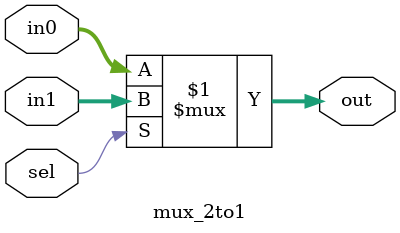
<source format=v>
module mux_2to1 (
    input wire [7:0] in0,   // 8-bit input 0
    input wire [7:0] in1,   // 8-bit input 1
    input wire sel,         // Selection signal (0 for in0, 1 for in1)
    output wire [7:0] out   // 8-bit output
);

    assign out = sel ? in1 : in0;
    
endmodule
</source>
